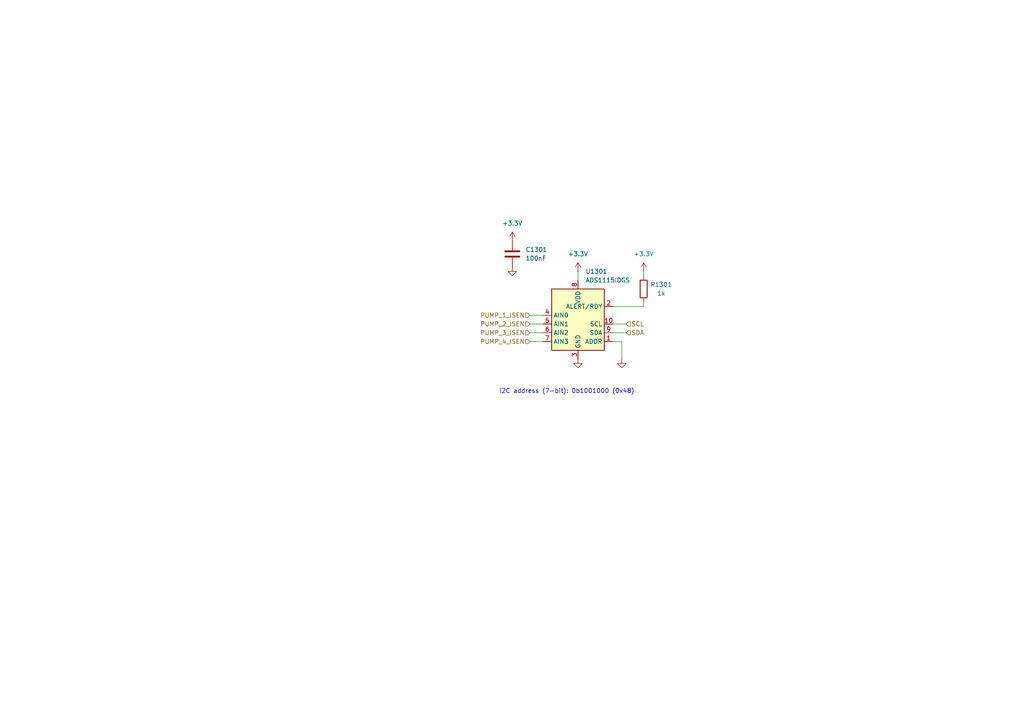
<source format=kicad_sch>
(kicad_sch (version 20250114) (generator "eeschema") (generator_version "9.0")
  (paper "A4")
  (title_block (title "Detector") (date "2024-12-03") (company "${COMPANY}"))
  (lib_symbols
    (symbol "Analog_ADC:ADS1115IDGS"
      (property "Reference" "U" (at 2.54 13.97 0))
      (property "Value" "ADS1115IDGS" (at 7.62 11.43 0))
      (symbol "ADS1115IDGS_0_1"
        (rectangle (start -7.62 10.16) (end 7.62 -7.62) (stroke (width 0.254)) (fill (type background)))
      )
      (symbol "ADS1115IDGS_1_1"
        (pin input line (at -10.16 2.54 0) (length 2.54) (name "AIN0") (number "4"))
        (pin input line (at -10.16 0 0) (length 2.54) (name "AIN1") (number "5"))
        (pin input line (at -10.16 -2.54 0) (length 2.54) (name "AIN2") (number "6"))
        (pin input line (at -10.16 -5.08 0) (length 2.54) (name "AIN3") (number "7"))
        (pin power_in line (at 0 12.7 270) (length 2.54) (name "VDD") (number "8"))
        (pin power_in line (at 0 -10.16 90) (length 2.54) (name "GND") (number "3"))
        (pin output line (at 10.16 5.08 180) (length 2.54) (name "ALERT/RDY") (number "2"))
        (pin input line (at 10.16 0 180) (length 2.54) (name "SCL") (number "10"))
        (pin bidirectional line (at 10.16 -2.54 180) (length 2.54) (name "SDA") (number "9"))
        (pin input line (at 10.16 -5.08 180) (length 2.54) (name "ADDR") (number "1"))
      )
    )
    (symbol "Device:C" (pin_numbers (hide yes)) (pin_names (offset 0.254))
      (property "Reference" "C" (at 0.635 2.54 0))
      (property "Value" "C" (at 0.635 -2.54 0))
      (symbol "C_0_1"
        (polyline (pts (xy -2.032 0.762) (xy 2.032 0.762)) (stroke (width 0.508)))
        (polyline (pts (xy -2.032 -0.762) (xy 2.032 -0.762)) (stroke (width 0.508)))
      )
      (symbol "C_1_1"
        (pin passive line (at 0 3.81 270) (length 2.794) (name "~") (number "1"))
        (pin passive line (at 0 -3.81 90) (length 2.794) (name "~") (number "2"))
      )
    )
    (symbol "Device:R" (pin_numbers (hide yes)) (pin_names (offset 0))
      (property "Reference" "R" (at 2.032 0 90))
      (property "Value" "R" (at 0 0 90))
      (symbol "R_0_1"
        (rectangle (start -1.016 -2.54) (end 1.016 2.54) (stroke (width 0.254)))
      )
      (symbol "R_1_1"
        (pin passive line (at 0 3.81 270) (length 1.27) (name "~") (number "1"))
        (pin passive line (at 0 -3.81 90) (length 1.27) (name "~") (number "2"))
      )
    )
    (symbol "power:+3.3V" (power) (pin_numbers (hide yes)) (pin_names (offset 0) (hide yes))
      (property "Value" "+3.3V" (at 0 3.556 0))
      (symbol "+3.3V_0_1"
        (polyline (pts (xy -0.762 1.27) (xy 0 2.54)))
        (polyline (pts (xy 0 2.54) (xy 0.762 1.27)))
        (polyline (pts (xy 0 0) (xy 0 2.54)))
      )
      (symbol "+3.3V_1_1"
        (pin power_in line (at 0 0 90) (length 0) (name "~") (number "1"))
      )
    )
    (symbol "power:GND" (power) (pin_numbers (hide yes)) (pin_names (offset 0) (hide yes))
      (property "Value" "GND" (at 0 -3.81 0))
      (symbol "GND_0_1"
        (polyline (pts (xy 0 0) (xy 0 -1.27) (xy 1.27 -1.27) (xy 0 -2.54) (xy -1.27 -1.27) (xy 0 -1.27)))
      )
      (symbol "GND_1_1"
        (pin power_in line (at 0 0 270) (length 0) (name "~") (number "1"))
      )
    )
  )
  (text "I2C address (7-bit): 0b1001000 (0x48)" (at 144.78 114.3 0) (effects (font (size 1.27 1.27)) (justify left bottom)))
  (wire (pts (xy 153.67 96.52) (xy 157.48 96.52)))
  (wire (pts (xy 181.61 96.52) (xy 177.8 96.52)))
  (wire (pts (xy 153.67 99.06) (xy 157.48 99.06)))
  (wire (pts (xy 153.67 91.44) (xy 157.48 91.44)))
  (wire (pts (xy 180.34 99.06) (xy 180.34 104.14)))
  (wire (pts (xy 186.69 78.74) (xy 186.69 80.01)))
  (wire (pts (xy 186.69 88.9) (xy 186.69 87.63)))
  (wire (pts (xy 153.67 93.98) (xy 157.48 93.98)))
  (wire (pts (xy 181.61 93.98) (xy 177.8 93.98)))
  (wire (pts (xy 167.64 78.74) (xy 167.64 81.28)))
  (wire (pts (xy 177.8 88.9) (xy 186.69 88.9)))
  (wire (pts (xy 177.8 99.06) (xy 180.34 99.06)))
  (hierarchical_label "PUMP_2_ISEN" (shape input) (at 153.67 93.98 180))
  (hierarchical_label "SDA" (shape input) (at 181.61 96.52 0))
  (hierarchical_label "PUMP_1_ISEN" (shape input) (at 153.67 91.44 180))
  (hierarchical_label "SCL" (shape input) (at 181.61 93.98 0))
  (hierarchical_label "PUMP_4_ISEN" (shape input) (at 153.67 99.06 180))
  (hierarchical_label "PUMP_3_ISEN" (shape input) (at 153.67 96.52 180))
  (symbol (lib_id "Device:R") (at 186.69 83.82 180) (unit 1)
    (property "Reference" "R1301" (at 194.945 82.55 0) (effects (justify left)))
    (property "Value" "1k" (at 193.04 85.09 0) (effects (justify left)))
    (property "Footprint" "Resistor_SMD:R_0603_1608Metric" (effects (hide yes)))
    (property "LCSC" "C21190" (effects (hide yes)))
  )
  (symbol (lib_id "power:+3.3V") (at 167.64 78.74 0) (mirror y) (unit 1)
    (property "Reference" "#PWR01301" (effects (hide yes)))
    (property "Value" "+3.3V" (at 167.64 73.66 0))
    (property "Description" "Power symbol creates a global label with name \"+3.3V\"" (effects (hide yes)))
  )
  (symbol (lib_id "power:+3.3V") (at 186.69 78.74 0) (mirror y) (unit 1)
    (property "Reference" "#PWR01303" (effects (hide yes)))
    (property "Value" "+3.3V" (at 186.69 73.66 0))
    (property "Description" "Power symbol creates a global label with name \"+3.3V\"" (effects (hide yes)))
  )
  (symbol (lib_id "power:GND") (at 180.34 104.14 0) (unit 1)
    (property "Reference" "#PWR01306" (effects (hide yes)))
    (property "Value" "GND" (effects (hide yes)))
    (property "Description" "Power symbol creates a global label with name \"GND\" , ground" (effects (hide yes)))
  )
  (symbol (lib_id "power:GND") (at 167.64 104.14 0) (unit 1)
    (property "Reference" "#PWR01302" (effects (hide yes)))
    (property "Value" "GND" (effects (hide yes)))
    (property "Description" "Power symbol creates a global label with name \"GND\" , ground" (effects (hide yes)))
  )
  (symbol (lib_id "Analog_ADC:ADS1115IDGS") (at 167.64 93.98 0) (unit 1)
    (property "Reference" "U1301" (at 169.7833 78.74 0) (effects (justify left)))
    (property "Value" "ADS1115IDGS" (at 169.7833 81.28 0) (effects (justify left)))
    (property "Footprint" "Package_SO:TSSOP-10_3x3mm_P0.5mm" (effects (hide yes)))
    (property "Datasheet" "http://www.ti.com/lit/ds/symlink/ads1113.pdf" (effects (hide yes)))
    (property "Description" "Ultra-Small, Low-Power, I2C-Compatible, 860-SPS, 16-Bit ADCs With Internal Reference, Oscillator, and Programmable Comparator, VSSOP-10" (effects (hide yes)))
    (property "LCSC" "C37593" (effects (hide yes)))
  )
  (symbol (lib_id "power:+3.3V") (at 148.59 69.85 0) (unit 1)
    (property "Reference" "#PWR01304" (effects (hide yes)))
    (property "Value" "+3.3V" (at 148.59 64.77 0))
    (property "Description" "Power symbol creates a global label with name \"+3.3V\"" (effects (hide yes)))
  )
  (symbol (lib_id "power:GND") (at 148.59 77.47 0) (mirror y) (unit 1)
    (property "Reference" "#PWR01305" (effects (hide yes)))
    (property "Value" "GND" (effects (hide yes)))
    (property "Description" "Power symbol creates a global label with name \"GND\" , ground" (effects (hide yes)))
  )
  (symbol (lib_id "Device:C") (at 148.59 73.66 0) (unit 1)
    (property "Reference" "C1301" (at 152.4 72.3899 0) (effects (justify left)))
    (property "Value" "100nF" (at 152.4 74.9299 0) (effects (justify left)))
    (property "Footprint" "Capacitor_SMD:C_0603_1608Metric" (effects (hide yes)))
    (property "Description" "Unpolarized capacitor" (effects (hide yes)))
    (property "LCSC" "C14663" (effects (hide yes)))
  )
)
</source>
